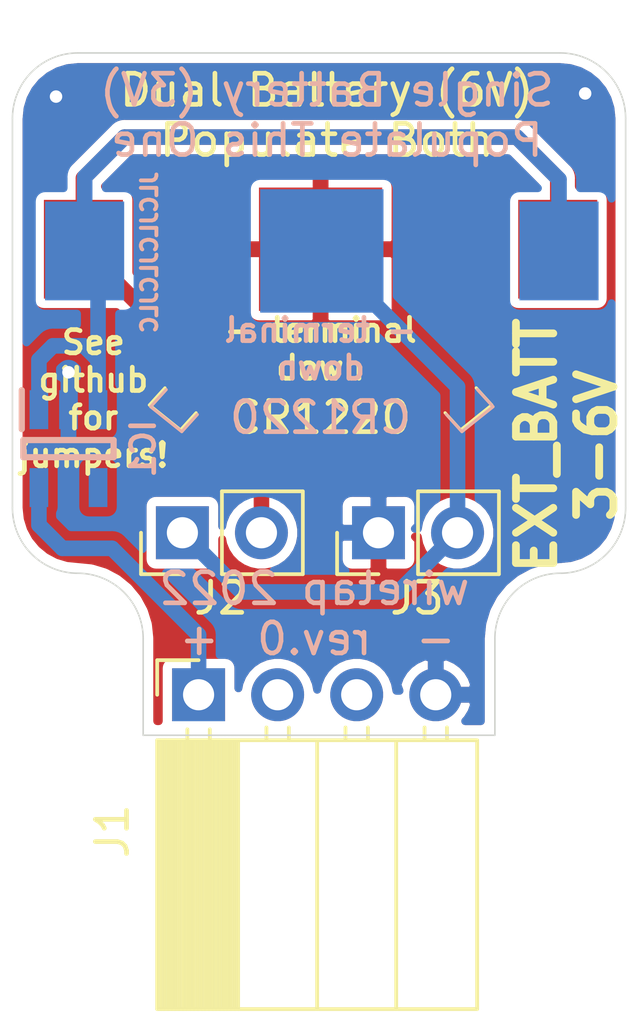
<source format=kicad_pcb>
(kicad_pcb (version 20171130) (host pcbnew "(5.1.6)-1")

  (general
    (thickness 1.6)
    (drawings 26)
    (tracks 34)
    (zones 0)
    (modules 6)
    (nets 9)
  )

  (page A4)
  (layers
    (0 F.Cu signal)
    (31 B.Cu signal)
    (32 B.Adhes user)
    (33 F.Adhes user)
    (34 B.Paste user)
    (35 F.Paste user)
    (36 B.SilkS user)
    (37 F.SilkS user)
    (38 B.Mask user)
    (39 F.Mask user)
    (40 Dwgs.User user)
    (41 Cmts.User user)
    (42 Eco1.User user)
    (43 Eco2.User user)
    (44 Edge.Cuts user)
    (45 Margin user)
    (46 B.CrtYd user)
    (47 F.CrtYd user)
    (48 B.Fab user)
    (49 F.Fab user)
  )

  (setup
    (last_trace_width 0.5)
    (user_trace_width 0.5)
    (trace_clearance 0.2)
    (zone_clearance 0.508)
    (zone_45_only no)
    (trace_min 0.2)
    (via_size 0.8)
    (via_drill 0.4)
    (via_min_size 0.4)
    (via_min_drill 0.3)
    (uvia_size 0.3)
    (uvia_drill 0.1)
    (uvias_allowed no)
    (uvia_min_size 0.2)
    (uvia_min_drill 0.1)
    (edge_width 0.05)
    (segment_width 0.2)
    (pcb_text_width 0.3)
    (pcb_text_size 1.5 1.5)
    (mod_edge_width 0.12)
    (mod_text_size 1 1)
    (mod_text_width 0.15)
    (pad_size 1.524 1.524)
    (pad_drill 0.762)
    (pad_to_mask_clearance 0.05)
    (aux_axis_origin 0 0)
    (visible_elements 7FFFFFFF)
    (pcbplotparams
      (layerselection 0x010fc_ffffffff)
      (usegerberextensions false)
      (usegerberattributes true)
      (usegerberadvancedattributes true)
      (creategerberjobfile true)
      (excludeedgelayer true)
      (linewidth 0.100000)
      (plotframeref false)
      (viasonmask false)
      (mode 1)
      (useauxorigin false)
      (hpglpennumber 1)
      (hpglpenspeed 20)
      (hpglpendiameter 15.000000)
      (psnegative false)
      (psa4output false)
      (plotreference true)
      (plotvalue true)
      (plotinvisibletext false)
      (padsonsilk false)
      (subtractmaskfromsilk false)
      (outputformat 1)
      (mirror false)
      (drillshape 0)
      (scaleselection 1)
      (outputdirectory "//192.168.1.100/Personal/Charlie/~Retro/~PCB's and Kits/EXT_BATT 3V-6V/EXT_BATT_3V-6V/gerbers/"))
  )

  (net 0 "")
  (net 1 +BATT)
  (net 2 "Net-(H1-PadMP1)")
  (net 3 GND)
  (net 4 "Net-(H2-Pad1)")
  (net 5 "Net-(IC1-Pad4)")
  (net 6 VDD)
  (net 7 "Net-(J1-Pad2)")
  (net 8 "Net-(J1-Pad3)")

  (net_class Default "This is the default net class."
    (clearance 0.2)
    (trace_width 0.25)
    (via_dia 0.8)
    (via_drill 0.4)
    (uvia_dia 0.3)
    (uvia_drill 0.1)
    (add_net +BATT)
    (add_net GND)
    (add_net "Net-(H1-PadMP1)")
    (add_net "Net-(H2-Pad1)")
    (add_net "Net-(IC1-Pad4)")
    (add_net "Net-(J1-Pad2)")
    (add_net "Net-(J1-Pad3)")
    (add_net VDD)
  )

  (module 2894 (layer B.Cu) (tedit 0) (tstamp 632CB7FC)
    (at 160.540001 82.055001)
    (descr 2894-3)
    (tags Hardware)
    (path /632CB7DA)
    (attr smd)
    (fp_text reference H1 (at 0 0) (layer B.SilkS) hide
      (effects (font (size 1.27 1.27) (thickness 0.254)) (justify mirror))
    )
    (fp_text value 2894 (at 0 0) (layer B.SilkS) hide
      (effects (font (size 1.27 1.27) (thickness 0.254)) (justify mirror))
    )
    (fp_line (start -9.89 7.605) (end 9.89 7.605) (layer B.CrtYd) (width 0.1))
    (fp_line (start 9.89 7.605) (end 9.89 -7.605) (layer B.CrtYd) (width 0.1))
    (fp_line (start 9.89 -7.605) (end -9.89 -7.605) (layer B.CrtYd) (width 0.1))
    (fp_line (start -9.89 -7.605) (end -9.89 7.605) (layer B.CrtYd) (width 0.1))
    (fp_line (start -6.605 0) (end -6.605 0) (layer B.Fab) (width 0.2))
    (fp_line (start 6.605 0) (end 6.605 0) (layer B.Fab) (width 0.2))
    (fp_line (start -5 4.45) (end -5.5 5) (layer B.Fab) (width 0.2))
    (fp_line (start -5.5 5) (end -4.5 5.8) (layer B.Fab) (width 0.2))
    (fp_line (start -4.5 5.8) (end -4 5.25) (layer B.Fab) (width 0.2))
    (fp_line (start -5 4.45) (end -5.5 5) (layer B.SilkS) (width 0.1))
    (fp_line (start -5.5 5) (end -4.5 5.8) (layer B.SilkS) (width 0.1))
    (fp_line (start -4.5 5.8) (end -4 5.25) (layer B.SilkS) (width 0.1))
    (fp_line (start 5 4.45) (end 5.5 5) (layer B.Fab) (width 0.2))
    (fp_line (start 5.5 5) (end 4.5 5.8) (layer B.Fab) (width 0.2))
    (fp_line (start 4.5 5.8) (end 4 5.25) (layer B.Fab) (width 0.2))
    (fp_line (start 4 5.25) (end 4.5 5.8) (layer B.SilkS) (width 0.1))
    (fp_line (start 4.5 5.8) (end 5.5 5) (layer B.SilkS) (width 0.1))
    (fp_line (start 5.5 5) (end 5 4.45) (layer B.SilkS) (width 0.1))
    (fp_text user %R (at 0 0) (layer B.Fab)
      (effects (font (size 1.27 1.27) (thickness 0.254)) (justify mirror))
    )
    (fp_arc (start 0 0) (end -6.605 0) (angle 180) (layer B.Fab) (width 0.2))
    (fp_arc (start 0 0) (end 6.605 0) (angle 180) (layer B.Fab) (width 0.2))
    (pad 1 smd rect (at -7.62 0) (size 2.54 3.17) (layers B.Cu B.Paste B.Mask)
      (net 1 +BATT))
    (pad 2 smd rect (at 7.62 0) (size 2.54 3.17) (layers B.Cu B.Paste B.Mask)
      (net 1 +BATT))
    (pad MP1 smd rect (at 0 0) (size 3.96 3.96) (layers B.Cu B.Paste B.Mask)
      (net 2 "Net-(H1-PadMP1)"))
    (model "C:\\Users\\wiretap\\Downloads\\Kicad Library Downloads\\SamacSys_Parts.3dshapes\\2894.stp"
      (offset (xyz 0 0 2.420000039949197))
      (scale (xyz 1 1 1))
      (rotate (xyz -90 0 0))
    )
  )

  (module 2894 (layer F.Cu) (tedit 0) (tstamp 632CB818)
    (at 160.5 82 180)
    (descr 2894-3)
    (tags Hardware)
    (path /632CBEB0)
    (attr smd)
    (fp_text reference H2 (at 0 0) (layer F.SilkS) hide
      (effects (font (size 1.27 1.27) (thickness 0.254)))
    )
    (fp_text value 2894 (at 0 0) (layer F.SilkS) hide
      (effects (font (size 1.27 1.27) (thickness 0.254)))
    )
    (fp_line (start 5.5 -5) (end 5 -4.45) (layer F.SilkS) (width 0.1))
    (fp_line (start 4.5 -5.8) (end 5.5 -5) (layer F.SilkS) (width 0.1))
    (fp_line (start 4 -5.25) (end 4.5 -5.8) (layer F.SilkS) (width 0.1))
    (fp_line (start 4.5 -5.8) (end 4 -5.25) (layer F.Fab) (width 0.2))
    (fp_line (start 5.5 -5) (end 4.5 -5.8) (layer F.Fab) (width 0.2))
    (fp_line (start 5 -4.45) (end 5.5 -5) (layer F.Fab) (width 0.2))
    (fp_line (start -4.5 -5.8) (end -4 -5.25) (layer F.SilkS) (width 0.1))
    (fp_line (start -5.5 -5) (end -4.5 -5.8) (layer F.SilkS) (width 0.1))
    (fp_line (start -5 -4.45) (end -5.5 -5) (layer F.SilkS) (width 0.1))
    (fp_line (start -4.5 -5.8) (end -4 -5.25) (layer F.Fab) (width 0.2))
    (fp_line (start -5.5 -5) (end -4.5 -5.8) (layer F.Fab) (width 0.2))
    (fp_line (start -5 -4.45) (end -5.5 -5) (layer F.Fab) (width 0.2))
    (fp_line (start 6.605 0) (end 6.605 0) (layer F.Fab) (width 0.2))
    (fp_line (start -6.605 0) (end -6.605 0) (layer F.Fab) (width 0.2))
    (fp_line (start -9.89 7.605) (end -9.89 -7.605) (layer F.CrtYd) (width 0.1))
    (fp_line (start 9.89 7.605) (end -9.89 7.605) (layer F.CrtYd) (width 0.1))
    (fp_line (start 9.89 -7.605) (end 9.89 7.605) (layer F.CrtYd) (width 0.1))
    (fp_line (start -9.89 -7.605) (end 9.89 -7.605) (layer F.CrtYd) (width 0.1))
    (fp_arc (start 0 0) (end 6.605 0) (angle -180) (layer F.Fab) (width 0.2))
    (fp_arc (start 0 0) (end -6.605 0) (angle -180) (layer F.Fab) (width 0.2))
    (fp_text user %R (at 0 0) (layer F.Fab)
      (effects (font (size 1.27 1.27) (thickness 0.254)))
    )
    (pad MP1 smd rect (at 0 0 180) (size 3.96 3.96) (layers F.Cu F.Paste F.Mask)
      (net 3 GND))
    (pad 2 smd rect (at 7.62 0 180) (size 2.54 3.17) (layers F.Cu F.Paste F.Mask)
      (net 4 "Net-(H2-Pad1)"))
    (pad 1 smd rect (at -7.62 0 180) (size 2.54 3.17) (layers F.Cu F.Paste F.Mask)
      (net 4 "Net-(H2-Pad1)"))
    (model "C:\\Users\\wiretap\\Downloads\\Kicad Library Downloads\\SamacSys_Parts.3dshapes\\2894.stp"
      (offset (xyz 0 0 2.420000039949197))
      (scale (xyz 1 1 1))
      (rotate (xyz -90 0 0))
    )
  )

  (module SOT95P280X145-5N (layer B.Cu) (tedit 0) (tstamp 632CB830)
    (at 152.4 88.4 270)
    (descr "MAX 21-0057")
    (tags "Integrated Circuit")
    (path /632C45A6)
    (attr smd)
    (fp_text reference IC1 (at 0 -2.4 270) (layer B.SilkS)
      (effects (font (size 0.75 0.75) (thickness 0.15)) (justify mirror))
    )
    (fp_text value MAX40200AUK+T (at 0 0 270) (layer B.SilkS) hide
      (effects (font (size 1.27 1.27) (thickness 0.254)) (justify mirror))
    )
    (fp_line (start -2.125 1.75) (end 2.125 1.75) (layer B.CrtYd) (width 0.05))
    (fp_line (start 2.125 1.75) (end 2.125 -1.75) (layer B.CrtYd) (width 0.05))
    (fp_line (start 2.125 -1.75) (end -2.125 -1.75) (layer B.CrtYd) (width 0.05))
    (fp_line (start -2.125 -1.75) (end -2.125 1.75) (layer B.CrtYd) (width 0.05))
    (fp_line (start -0.812 1.45) (end 0.812 1.45) (layer B.Fab) (width 0.1))
    (fp_line (start 0.812 1.45) (end 0.812 -1.45) (layer B.Fab) (width 0.1))
    (fp_line (start 0.812 -1.45) (end -0.812 -1.45) (layer B.Fab) (width 0.1))
    (fp_line (start -0.812 -1.45) (end -0.812 1.45) (layer B.Fab) (width 0.1))
    (fp_line (start -0.812 0.5) (end 0.138 1.45) (layer B.Fab) (width 0.1))
    (fp_line (start -0.275 1.45) (end 0.275 1.45) (layer B.SilkS) (width 0.2))
    (fp_line (start 0.275 1.45) (end 0.275 -1.45) (layer B.SilkS) (width 0.2))
    (fp_line (start 0.275 -1.45) (end -0.275 -1.45) (layer B.SilkS) (width 0.2))
    (fp_line (start -0.275 -1.45) (end -0.275 1.45) (layer B.SilkS) (width 0.2))
    (fp_line (start -1.875 1.5) (end -0.625 1.5) (layer B.SilkS) (width 0.2))
    (fp_text user %R (at 0 0 270) (layer B.Fab)
      (effects (font (size 1.27 1.27) (thickness 0.254)) (justify mirror))
    )
    (pad 1 smd rect (at -1.25 0.95 180) (size 0.6 1.25) (layers B.Cu B.Paste B.Mask)
      (net 1 +BATT))
    (pad 2 smd rect (at -1.25 0 180) (size 0.6 1.25) (layers B.Cu B.Paste B.Mask)
      (net 3 GND))
    (pad 3 smd rect (at -1.25 -0.95 180) (size 0.6 1.25) (layers B.Cu B.Paste B.Mask)
      (net 1 +BATT))
    (pad 4 smd rect (at 1.25 -0.95 180) (size 0.6 1.25) (layers B.Cu B.Paste B.Mask)
      (net 5 "Net-(IC1-Pad4)"))
    (pad 5 smd rect (at 1.25 0.95 180) (size 0.6 1.25) (layers B.Cu B.Paste B.Mask)
      (net 6 VDD))
    (model "C:\\Users\\wiretap\\Downloads\\Kicad Library Downloads\\SamacSys_Parts.3dshapes\\MAX40200AUK+T.stp"
      (at (xyz 0 0 0))
      (scale (xyz 1 1 1))
      (rotate (xyz 0 0 0))
    )
  )

  (module Connector_PinSocket_2.54mm:PinSocket_1x04_P2.54mm_Horizontal (layer F.Cu) (tedit 5A19A424) (tstamp 632CB874)
    (at 156.58 96.3 90)
    (descr "Through hole angled socket strip, 1x04, 2.54mm pitch, 8.51mm socket length, single row (from Kicad 4.0.7), script generated")
    (tags "Through hole angled socket strip THT 1x04 2.54mm single row")
    (path /632C5F7A)
    (fp_text reference J1 (at -4.38 -2.77 90) (layer F.SilkS)
      (effects (font (size 1 1) (thickness 0.15)))
    )
    (fp_text value Conn_01x04 (at -4.38 10.39 90) (layer F.Fab)
      (effects (font (size 1 1) (thickness 0.15)))
    )
    (fp_line (start -10.03 -1.27) (end -2.49 -1.27) (layer F.Fab) (width 0.1))
    (fp_line (start -2.49 -1.27) (end -1.52 -0.3) (layer F.Fab) (width 0.1))
    (fp_line (start -1.52 -0.3) (end -1.52 8.89) (layer F.Fab) (width 0.1))
    (fp_line (start -1.52 8.89) (end -10.03 8.89) (layer F.Fab) (width 0.1))
    (fp_line (start -10.03 8.89) (end -10.03 -1.27) (layer F.Fab) (width 0.1))
    (fp_line (start 0 -0.3) (end -1.52 -0.3) (layer F.Fab) (width 0.1))
    (fp_line (start -1.52 0.3) (end 0 0.3) (layer F.Fab) (width 0.1))
    (fp_line (start 0 0.3) (end 0 -0.3) (layer F.Fab) (width 0.1))
    (fp_line (start 0 2.24) (end -1.52 2.24) (layer F.Fab) (width 0.1))
    (fp_line (start -1.52 2.84) (end 0 2.84) (layer F.Fab) (width 0.1))
    (fp_line (start 0 2.84) (end 0 2.24) (layer F.Fab) (width 0.1))
    (fp_line (start 0 4.78) (end -1.52 4.78) (layer F.Fab) (width 0.1))
    (fp_line (start -1.52 5.38) (end 0 5.38) (layer F.Fab) (width 0.1))
    (fp_line (start 0 5.38) (end 0 4.78) (layer F.Fab) (width 0.1))
    (fp_line (start 0 7.32) (end -1.52 7.32) (layer F.Fab) (width 0.1))
    (fp_line (start -1.52 7.92) (end 0 7.92) (layer F.Fab) (width 0.1))
    (fp_line (start 0 7.92) (end 0 7.32) (layer F.Fab) (width 0.1))
    (fp_line (start -10.09 -1.21) (end -1.46 -1.21) (layer F.SilkS) (width 0.12))
    (fp_line (start -10.09 -1.091905) (end -1.46 -1.091905) (layer F.SilkS) (width 0.12))
    (fp_line (start -10.09 -0.97381) (end -1.46 -0.97381) (layer F.SilkS) (width 0.12))
    (fp_line (start -10.09 -0.855715) (end -1.46 -0.855715) (layer F.SilkS) (width 0.12))
    (fp_line (start -10.09 -0.73762) (end -1.46 -0.73762) (layer F.SilkS) (width 0.12))
    (fp_line (start -10.09 -0.619525) (end -1.46 -0.619525) (layer F.SilkS) (width 0.12))
    (fp_line (start -10.09 -0.50143) (end -1.46 -0.50143) (layer F.SilkS) (width 0.12))
    (fp_line (start -10.09 -0.383335) (end -1.46 -0.383335) (layer F.SilkS) (width 0.12))
    (fp_line (start -10.09 -0.26524) (end -1.46 -0.26524) (layer F.SilkS) (width 0.12))
    (fp_line (start -10.09 -0.147145) (end -1.46 -0.147145) (layer F.SilkS) (width 0.12))
    (fp_line (start -10.09 -0.02905) (end -1.46 -0.02905) (layer F.SilkS) (width 0.12))
    (fp_line (start -10.09 0.089045) (end -1.46 0.089045) (layer F.SilkS) (width 0.12))
    (fp_line (start -10.09 0.20714) (end -1.46 0.20714) (layer F.SilkS) (width 0.12))
    (fp_line (start -10.09 0.325235) (end -1.46 0.325235) (layer F.SilkS) (width 0.12))
    (fp_line (start -10.09 0.44333) (end -1.46 0.44333) (layer F.SilkS) (width 0.12))
    (fp_line (start -10.09 0.561425) (end -1.46 0.561425) (layer F.SilkS) (width 0.12))
    (fp_line (start -10.09 0.67952) (end -1.46 0.67952) (layer F.SilkS) (width 0.12))
    (fp_line (start -10.09 0.797615) (end -1.46 0.797615) (layer F.SilkS) (width 0.12))
    (fp_line (start -10.09 0.91571) (end -1.46 0.91571) (layer F.SilkS) (width 0.12))
    (fp_line (start -10.09 1.033805) (end -1.46 1.033805) (layer F.SilkS) (width 0.12))
    (fp_line (start -10.09 1.1519) (end -1.46 1.1519) (layer F.SilkS) (width 0.12))
    (fp_line (start -1.46 -0.36) (end -1.11 -0.36) (layer F.SilkS) (width 0.12))
    (fp_line (start -1.46 0.36) (end -1.11 0.36) (layer F.SilkS) (width 0.12))
    (fp_line (start -1.46 2.18) (end -1.05 2.18) (layer F.SilkS) (width 0.12))
    (fp_line (start -1.46 2.9) (end -1.05 2.9) (layer F.SilkS) (width 0.12))
    (fp_line (start -1.46 4.72) (end -1.05 4.72) (layer F.SilkS) (width 0.12))
    (fp_line (start -1.46 5.44) (end -1.05 5.44) (layer F.SilkS) (width 0.12))
    (fp_line (start -1.46 7.26) (end -1.05 7.26) (layer F.SilkS) (width 0.12))
    (fp_line (start -1.46 7.98) (end -1.05 7.98) (layer F.SilkS) (width 0.12))
    (fp_line (start -10.09 1.27) (end -1.46 1.27) (layer F.SilkS) (width 0.12))
    (fp_line (start -10.09 3.81) (end -1.46 3.81) (layer F.SilkS) (width 0.12))
    (fp_line (start -10.09 6.35) (end -1.46 6.35) (layer F.SilkS) (width 0.12))
    (fp_line (start -10.09 -1.33) (end -1.46 -1.33) (layer F.SilkS) (width 0.12))
    (fp_line (start -1.46 -1.33) (end -1.46 8.95) (layer F.SilkS) (width 0.12))
    (fp_line (start -10.09 8.95) (end -1.46 8.95) (layer F.SilkS) (width 0.12))
    (fp_line (start -10.09 -1.33) (end -10.09 8.95) (layer F.SilkS) (width 0.12))
    (fp_line (start 1.11 -1.33) (end 1.11 0) (layer F.SilkS) (width 0.12))
    (fp_line (start 0 -1.33) (end 1.11 -1.33) (layer F.SilkS) (width 0.12))
    (fp_line (start 1.75 -1.75) (end -10.55 -1.75) (layer F.CrtYd) (width 0.05))
    (fp_line (start -10.55 -1.75) (end -10.55 9.45) (layer F.CrtYd) (width 0.05))
    (fp_line (start -10.55 9.45) (end 1.75 9.45) (layer F.CrtYd) (width 0.05))
    (fp_line (start 1.75 9.45) (end 1.75 -1.75) (layer F.CrtYd) (width 0.05))
    (fp_text user %R (at -5.775 3.81) (layer F.Fab)
      (effects (font (size 1 1) (thickness 0.15)))
    )
    (pad 1 thru_hole rect (at 0 0 90) (size 1.7 1.7) (drill 1) (layers *.Cu *.Mask)
      (net 6 VDD))
    (pad 2 thru_hole oval (at 0 2.54 90) (size 1.7 1.7) (drill 1) (layers *.Cu *.Mask)
      (net 7 "Net-(J1-Pad2)"))
    (pad 3 thru_hole oval (at 0 5.08 90) (size 1.7 1.7) (drill 1) (layers *.Cu *.Mask)
      (net 8 "Net-(J1-Pad3)"))
    (pad 4 thru_hole oval (at 0 7.62 90) (size 1.7 1.7) (drill 1) (layers *.Cu *.Mask)
      (net 3 GND))
    (model ${KISYS3DMOD}/Connector_PinSocket_2.54mm.3dshapes/PinSocket_1x04_P2.54mm_Horizontal.wrl
      (at (xyz 0 0 0))
      (scale (xyz 1 1 1))
      (rotate (xyz 0 0 0))
    )
  )

  (module Connector_PinHeader_2.54mm:PinHeader_1x02_P2.54mm_Vertical (layer F.Cu) (tedit 59FED5CC) (tstamp 632CC335)
    (at 156.06 91.1 90)
    (descr "Through hole straight pin header, 1x02, 2.54mm pitch, single row")
    (tags "Through hole pin header THT 1x02 2.54mm single row")
    (path /632DD7B4)
    (fp_text reference J2 (at -2.1 1.24 180) (layer F.SilkS)
      (effects (font (size 1 1) (thickness 0.15)))
    )
    (fp_text value Conn_01x02 (at 0 4.87 90) (layer F.Fab)
      (effects (font (size 1 1) (thickness 0.15)))
    )
    (fp_line (start 1.8 -1.8) (end -1.8 -1.8) (layer F.CrtYd) (width 0.05))
    (fp_line (start 1.8 4.35) (end 1.8 -1.8) (layer F.CrtYd) (width 0.05))
    (fp_line (start -1.8 4.35) (end 1.8 4.35) (layer F.CrtYd) (width 0.05))
    (fp_line (start -1.8 -1.8) (end -1.8 4.35) (layer F.CrtYd) (width 0.05))
    (fp_line (start -1.33 -1.33) (end 0 -1.33) (layer F.SilkS) (width 0.12))
    (fp_line (start -1.33 0) (end -1.33 -1.33) (layer F.SilkS) (width 0.12))
    (fp_line (start -1.33 1.27) (end 1.33 1.27) (layer F.SilkS) (width 0.12))
    (fp_line (start 1.33 1.27) (end 1.33 3.87) (layer F.SilkS) (width 0.12))
    (fp_line (start -1.33 1.27) (end -1.33 3.87) (layer F.SilkS) (width 0.12))
    (fp_line (start -1.33 3.87) (end 1.33 3.87) (layer F.SilkS) (width 0.12))
    (fp_line (start -1.27 -0.635) (end -0.635 -1.27) (layer F.Fab) (width 0.1))
    (fp_line (start -1.27 3.81) (end -1.27 -0.635) (layer F.Fab) (width 0.1))
    (fp_line (start 1.27 3.81) (end -1.27 3.81) (layer F.Fab) (width 0.1))
    (fp_line (start 1.27 -1.27) (end 1.27 3.81) (layer F.Fab) (width 0.1))
    (fp_line (start -0.635 -1.27) (end 1.27 -1.27) (layer F.Fab) (width 0.1))
    (fp_text user %R (at 0 1.27) (layer F.Fab)
      (effects (font (size 1 1) (thickness 0.15)))
    )
    (pad 1 thru_hole rect (at 0 0 90) (size 1.7 1.7) (drill 1) (layers *.Cu *.Mask)
      (net 2 "Net-(H1-PadMP1)"))
    (pad 2 thru_hole oval (at 0 2.54 90) (size 1.7 1.7) (drill 1) (layers *.Cu *.Mask)
      (net 4 "Net-(H2-Pad1)"))
    (model ${KISYS3DMOD}/Connector_PinHeader_2.54mm.3dshapes/PinHeader_1x02_P2.54mm_Vertical.wrl
      (at (xyz 0 0 0))
      (scale (xyz 1 1 1))
      (rotate (xyz 0 0 0))
    )
  )

  (module Connector_PinHeader_2.54mm:PinHeader_1x02_P2.54mm_Vertical (layer F.Cu) (tedit 59FED5CC) (tstamp 632CC34A)
    (at 162.36 91.1 90)
    (descr "Through hole straight pin header, 1x02, 2.54mm pitch, single row")
    (tags "Through hole pin header THT 1x02 2.54mm single row")
    (path /632E2523)
    (fp_text reference J3 (at -2.1 1.24 180) (layer F.SilkS)
      (effects (font (size 1 1) (thickness 0.15)))
    )
    (fp_text value Conn_01x02 (at 0 4.87 90) (layer F.Fab)
      (effects (font (size 1 1) (thickness 0.15)))
    )
    (fp_text user %R (at 0 1.27) (layer F.Fab)
      (effects (font (size 1 1) (thickness 0.15)))
    )
    (fp_line (start -0.635 -1.27) (end 1.27 -1.27) (layer F.Fab) (width 0.1))
    (fp_line (start 1.27 -1.27) (end 1.27 3.81) (layer F.Fab) (width 0.1))
    (fp_line (start 1.27 3.81) (end -1.27 3.81) (layer F.Fab) (width 0.1))
    (fp_line (start -1.27 3.81) (end -1.27 -0.635) (layer F.Fab) (width 0.1))
    (fp_line (start -1.27 -0.635) (end -0.635 -1.27) (layer F.Fab) (width 0.1))
    (fp_line (start -1.33 3.87) (end 1.33 3.87) (layer F.SilkS) (width 0.12))
    (fp_line (start -1.33 1.27) (end -1.33 3.87) (layer F.SilkS) (width 0.12))
    (fp_line (start 1.33 1.27) (end 1.33 3.87) (layer F.SilkS) (width 0.12))
    (fp_line (start -1.33 1.27) (end 1.33 1.27) (layer F.SilkS) (width 0.12))
    (fp_line (start -1.33 0) (end -1.33 -1.33) (layer F.SilkS) (width 0.12))
    (fp_line (start -1.33 -1.33) (end 0 -1.33) (layer F.SilkS) (width 0.12))
    (fp_line (start -1.8 -1.8) (end -1.8 4.35) (layer F.CrtYd) (width 0.05))
    (fp_line (start -1.8 4.35) (end 1.8 4.35) (layer F.CrtYd) (width 0.05))
    (fp_line (start 1.8 4.35) (end 1.8 -1.8) (layer F.CrtYd) (width 0.05))
    (fp_line (start 1.8 -1.8) (end -1.8 -1.8) (layer F.CrtYd) (width 0.05))
    (pad 2 thru_hole oval (at 0 2.54 90) (size 1.7 1.7) (drill 1) (layers *.Cu *.Mask)
      (net 2 "Net-(H1-PadMP1)"))
    (pad 1 thru_hole rect (at 0 0 90) (size 1.7 1.7) (drill 1) (layers *.Cu *.Mask)
      (net 3 GND))
    (model ${KISYS3DMOD}/Connector_PinHeader_2.54mm.3dshapes/PinHeader_1x02_P2.54mm_Vertical.wrl
      (at (xyz 0 0 0))
      (scale (xyz 1 1 1))
      (rotate (xyz 0 0 0))
    )
  )

  (gr_text "See\ngithub\nfor\njumpers!" (at 153.2 86.8) (layer F.SilkS)
    (effects (font (size 0.75 0.75) (thickness 0.15)))
  )
  (gr_text JLCJLCJLCJLC (at 155 82.1 90) (layer B.SilkS)
    (effects (font (size 0.5 0.5) (thickness 0.125)) (justify mirror))
  )
  (gr_text "wiretap 2022\nrev.0" (at 160.3 93.7) (layer B.SilkS)
    (effects (font (size 1 1) (thickness 0.15)) (justify mirror))
  )
  (gr_text "EXT_BATT\n3-6V" (at 168.4 88.3 90) (layer F.SilkS)
    (effects (font (size 1.2 1.2) (thickness 0.25)))
  )
  (gr_text CR1220 (at 160.5 87.4) (layer B.SilkS)
    (effects (font (size 1 1) (thickness 0.15)) (justify mirror))
  )
  (gr_text CR1220 (at 160.5 87.4) (layer F.SilkS)
    (effects (font (size 1 1) (thickness 0.15)))
  )
  (gr_text - (at 164.2 94.5) (layer B.SilkS)
    (effects (font (size 1 1) (thickness 0.15)) (justify mirror))
  )
  (gr_text + (at 156.6 94.5) (layer B.SilkS)
    (effects (font (size 1 1) (thickness 0.15)) (justify mirror))
  )
  (gr_text - (at 164.2 94.5) (layer F.SilkS)
    (effects (font (size 1 1) (thickness 0.15)))
  )
  (gr_text + (at 156.6 94.5) (layer F.SilkS)
    (effects (font (size 1 1) (thickness 0.15)))
  )
  (gr_text "- terminal\ndown" (at 160.5 85.2) (layer B.SilkS)
    (effects (font (size 0.75 0.75) (thickness 0.15)) (justify mirror))
  )
  (gr_text "- terminal\ndown" (at 160.5 85.2) (layer F.SilkS)
    (effects (font (size 0.75 0.75) (thickness 0.15)))
  )
  (gr_text "Dual Battery (6V)\nPopulate Both" (at 160.7 77.7) (layer F.SilkS)
    (effects (font (size 1 1) (thickness 0.15)))
  )
  (gr_text "Single Battery (3V)\nPopulate This One" (at 160.7 77.7) (layer B.SilkS)
    (effects (font (size 1 1) (thickness 0.15)) (justify mirror))
  )
  (gr_line (start 168.2 75.7) (end 152.7 75.7) (layer Edge.Cuts) (width 0.05) (tstamp 632CC1CD))
  (gr_arc (start 168.2 77.8) (end 170.3 77.8) (angle -90) (layer Edge.Cuts) (width 0.05) (tstamp 632CC1B6))
  (gr_line (start 170.3 90.3) (end 170.3 77.8) (layer Edge.Cuts) (width 0.05))
  (gr_arc (start 152.7 77.8) (end 152.7 75.7) (angle -90) (layer Edge.Cuts) (width 0.05) (tstamp 632CC1B6))
  (gr_line (start 150.6 90.3) (end 150.6 77.8) (layer Edge.Cuts) (width 0.05))
  (gr_arc (start 152.7 90.3) (end 150.6 90.3) (angle -90) (layer Edge.Cuts) (width 0.05) (tstamp 632CC1B6))
  (gr_arc (start 152.7 94.5) (end 154.8 94.5) (angle -90) (layer Edge.Cuts) (width 0.05) (tstamp 632CC1B6))
  (gr_arc (start 168.2 90.3) (end 168.2 92.4) (angle -90) (layer Edge.Cuts) (width 0.05) (tstamp 632CC1B6))
  (gr_arc (start 168.2 94.5) (end 168.2 92.4) (angle -90) (layer Edge.Cuts) (width 0.05))
  (gr_line (start 166.1 97.6) (end 166.1 94.5) (layer Edge.Cuts) (width 0.05))
  (gr_line (start 154.8 97.6) (end 154.8 94.5) (layer Edge.Cuts) (width 0.05))
  (gr_line (start 154.8 97.6) (end 166.1 97.6) (layer Edge.Cuts) (width 0.05))

  (segment (start 153.35 82.485) (end 152.920001 82.055001) (width 0.5) (layer B.Cu) (net 1))
  (segment (start 153.35 87.15) (end 153.35 86.05) (width 0.5) (layer B.Cu) (net 1))
  (segment (start 153.35 86.05) (end 153.35 82.485) (width 0.5) (layer B.Cu) (net 1))
  (segment (start 153.35 85.55) (end 153.35 86.05) (width 0.5) (layer B.Cu) (net 1))
  (segment (start 152.9 85.1) (end 153.35 85.55) (width 0.5) (layer B.Cu) (net 1))
  (segment (start 151.9 85.1) (end 152.9 85.1) (width 0.5) (layer B.Cu) (net 1))
  (segment (start 151.45 87.15) (end 151.45 85.55) (width 0.5) (layer B.Cu) (net 1))
  (segment (start 151.45 85.55) (end 151.9 85.1) (width 0.5) (layer B.Cu) (net 1))
  (segment (start 152.920001 79.679999) (end 152.920001 82.055001) (width 0.5) (layer B.Cu) (net 1))
  (segment (start 154.2 78.4) (end 152.920001 79.679999) (width 0.5) (layer B.Cu) (net 1))
  (segment (start 166.8 78.4) (end 154.2 78.4) (width 0.5) (layer B.Cu) (net 1))
  (segment (start 168.160001 82.055001) (end 168.160001 79.760001) (width 0.5) (layer B.Cu) (net 1))
  (segment (start 168.160001 79.760001) (end 166.8 78.4) (width 0.5) (layer B.Cu) (net 1))
  (segment (start 156.06 91.1) (end 157.96 93) (width 0.5) (layer B.Cu) (net 2))
  (segment (start 163 93) (end 164.9 91.1) (width 0.5) (layer B.Cu) (net 2))
  (segment (start 157.96 93) (end 163 93) (width 0.5) (layer B.Cu) (net 2))
  (segment (start 164.9 86.415) (end 160.540001 82.055001) (width 0.5) (layer B.Cu) (net 2))
  (segment (start 164.9 91.1) (end 164.9 86.415) (width 0.5) (layer B.Cu) (net 2))
  (via (at 152.4 85.95) (size 0.8) (drill 0.4) (layers F.Cu B.Cu) (net 3))
  (segment (start 152.4 87.15) (end 152.4 85.95) (width 0.5) (layer B.Cu) (net 3))
  (via (at 152 77.1) (size 0.8) (drill 0.4) (layers F.Cu B.Cu) (net 3))
  (via (at 169 77) (size 0.8) (drill 0.4) (layers F.Cu B.Cu) (net 3))
  (segment (start 168.12 79.72) (end 168.12 82) (width 0.5) (layer F.Cu) (net 4))
  (segment (start 166.8 78.4) (end 168.12 79.72) (width 0.5) (layer F.Cu) (net 4))
  (segment (start 154.2 78.4) (end 166.8 78.4) (width 0.5) (layer F.Cu) (net 4))
  (segment (start 152.88 82) (end 152.88 79.72) (width 0.5) (layer F.Cu) (net 4))
  (segment (start 152.88 79.72) (end 154.2 78.4) (width 0.5) (layer F.Cu) (net 4))
  (segment (start 158.6 87.72) (end 152.88 82) (width 0.5) (layer F.Cu) (net 4))
  (segment (start 158.6 91.1) (end 158.6 87.72) (width 0.5) (layer F.Cu) (net 4))
  (segment (start 156.58 94.38) (end 156.58 96.3) (width 0.5) (layer B.Cu) (net 6))
  (segment (start 153.8 91.6) (end 156.58 94.38) (width 0.5) (layer B.Cu) (net 6))
  (segment (start 152.2 91.6) (end 153.8 91.6) (width 0.5) (layer B.Cu) (net 6))
  (segment (start 151.45 89.65) (end 151.45 90.85) (width 0.5) (layer B.Cu) (net 6))
  (segment (start 151.45 90.85) (end 152.2 91.6) (width 0.5) (layer B.Cu) (net 6))

  (zone (net 3) (net_name GND) (layer F.Cu) (tstamp 632CC782) (hatch edge 0.508)
    (connect_pads (clearance 0.3))
    (min_thickness 0.254)
    (fill yes (arc_segments 32) (thermal_gap 0.3) (thermal_bridge_width 0.508))
    (polygon
      (pts
        (xy 170.7 97.9) (xy 150.2 97.9) (xy 150.2 74) (xy 170.7 74)
      )
    )
    (filled_polygon
      (pts
        (xy 168.519681 76.185513) (xy 168.827179 76.278352) (xy 169.110789 76.42915) (xy 169.359711 76.632166) (xy 169.564457 76.879662)
        (xy 169.717233 77.162215) (xy 169.812217 77.469059) (xy 169.848001 77.809523) (xy 169.848 90.277892) (xy 169.814488 90.619676)
        (xy 169.721649 90.927176) (xy 169.57085 91.210789) (xy 169.367836 91.459709) (xy 169.12034 91.664455) (xy 168.837785 91.817233)
        (xy 168.530941 91.912217) (xy 168.190185 91.948032) (xy 168.183767 91.948054) (xy 168.164124 91.950049) (xy 168.144373 91.949911)
        (xy 168.138092 91.950527) (xy 167.730489 91.993368) (xy 167.690358 92.001606) (xy 167.650118 92.009282) (xy 167.644076 92.011106)
        (xy 167.252557 92.132301) (xy 167.214775 92.148183) (xy 167.176807 92.163523) (xy 167.171239 92.166483) (xy 167.171235 92.166485)
        (xy 167.171234 92.166486) (xy 166.810712 92.36142) (xy 166.776733 92.384339) (xy 166.742471 92.40676) (xy 166.73758 92.410748)
        (xy 166.421786 92.671996) (xy 166.39292 92.701064) (xy 166.363648 92.729729) (xy 166.359631 92.734585) (xy 166.359626 92.73459)
        (xy 166.359622 92.734595) (xy 166.10059 93.052201) (xy 166.077903 93.086347) (xy 166.054775 93.120125) (xy 166.051773 93.125676)
        (xy 165.859361 93.487551) (xy 165.843742 93.525444) (xy 165.827611 93.563081) (xy 165.825744 93.56911) (xy 165.707286 93.961466)
        (xy 165.699336 94.001617) (xy 165.690811 94.041724) (xy 165.690151 94.048001) (xy 165.650157 94.455893) (xy 165.650157 94.455905)
        (xy 165.648001 94.477795) (xy 165.648 97.148) (xy 165.146811 97.148) (xy 165.217072 97.072212) (xy 165.34818 96.858953)
        (xy 165.435164 96.624214) (xy 165.363925 96.427) (xy 164.327 96.427) (xy 164.327 96.447) (xy 164.073 96.447)
        (xy 164.073 96.427) (xy 164.053 96.427) (xy 164.053 96.173) (xy 164.073 96.173) (xy 164.073 95.136662)
        (xy 164.327 95.136662) (xy 164.327 96.173) (xy 165.363925 96.173) (xy 165.435164 95.975786) (xy 165.34818 95.741047)
        (xy 165.217072 95.527788) (xy 165.046878 95.344205) (xy 164.844139 95.197353) (xy 164.616646 95.092875) (xy 164.524213 95.064842)
        (xy 164.327 95.136662) (xy 164.073 95.136662) (xy 163.875787 95.064842) (xy 163.783354 95.092875) (xy 163.555861 95.197353)
        (xy 163.353122 95.344205) (xy 163.182928 95.527788) (xy 163.05182 95.741047) (xy 162.964836 95.975786) (xy 163.036074 96.172998)
        (xy 162.936756 96.172998) (xy 162.887926 95.927513) (xy 162.791663 95.695114) (xy 162.651911 95.48596) (xy 162.47404 95.308089)
        (xy 162.264886 95.168337) (xy 162.032487 95.072074) (xy 161.785774 95.023) (xy 161.534226 95.023) (xy 161.287513 95.072074)
        (xy 161.055114 95.168337) (xy 160.84596 95.308089) (xy 160.668089 95.48596) (xy 160.528337 95.695114) (xy 160.432074 95.927513)
        (xy 160.39 96.139034) (xy 160.347926 95.927513) (xy 160.251663 95.695114) (xy 160.111911 95.48596) (xy 159.93404 95.308089)
        (xy 159.724886 95.168337) (xy 159.492487 95.072074) (xy 159.245774 95.023) (xy 158.994226 95.023) (xy 158.747513 95.072074)
        (xy 158.515114 95.168337) (xy 158.30596 95.308089) (xy 158.128089 95.48596) (xy 157.988337 95.695114) (xy 157.892074 95.927513)
        (xy 157.859066 96.093456) (xy 157.859066 95.45) (xy 157.850822 95.366293) (xy 157.826405 95.285804) (xy 157.786755 95.211624)
        (xy 157.733395 95.146605) (xy 157.668376 95.093245) (xy 157.594196 95.053595) (xy 157.513707 95.029178) (xy 157.43 95.020934)
        (xy 155.73 95.020934) (xy 155.646293 95.029178) (xy 155.565804 95.053595) (xy 155.491624 95.093245) (xy 155.426605 95.146605)
        (xy 155.373245 95.211624) (xy 155.333595 95.285804) (xy 155.309178 95.366293) (xy 155.300934 95.45) (xy 155.300934 97.148)
        (xy 155.252 97.148) (xy 155.252 94.477795) (xy 155.249998 94.457464) (xy 155.250089 94.444373) (xy 155.249473 94.438092)
        (xy 155.206632 94.030489) (xy 155.198394 93.990358) (xy 155.190718 93.950118) (xy 155.188894 93.944076) (xy 155.067699 93.552557)
        (xy 155.051817 93.514775) (xy 155.036477 93.476807) (xy 155.033514 93.471234) (xy 154.83858 93.110712) (xy 154.815661 93.076733)
        (xy 154.79324 93.042471) (xy 154.789252 93.03758) (xy 154.528004 92.721786) (xy 154.498936 92.69292) (xy 154.470271 92.663648)
        (xy 154.465415 92.659631) (xy 154.46541 92.659626) (xy 154.465405 92.659622) (xy 154.147799 92.40059) (xy 154.113653 92.377903)
        (xy 154.079875 92.354775) (xy 154.074327 92.351774) (xy 154.074319 92.35177) (xy 153.712449 92.159361) (xy 153.674556 92.143742)
        (xy 153.636919 92.127611) (xy 153.630894 92.125745) (xy 153.630888 92.125743) (xy 153.238534 92.007286) (xy 153.198383 91.999336)
        (xy 153.158276 91.990811) (xy 153.151999 91.990151) (xy 152.744107 91.950157) (xy 152.380324 91.914488) (xy 152.072824 91.821649)
        (xy 151.789211 91.67085) (xy 151.540291 91.467836) (xy 151.335545 91.22034) (xy 151.182767 90.937785) (xy 151.087783 90.630941)
        (xy 151.052 90.290486) (xy 151.052 80.415) (xy 151.180934 80.415) (xy 151.180934 83.585) (xy 151.189178 83.668707)
        (xy 151.213595 83.749196) (xy 151.253245 83.823376) (xy 151.306605 83.888395) (xy 151.371624 83.941755) (xy 151.445804 83.981405)
        (xy 151.526293 84.005822) (xy 151.61 84.014066) (xy 153.936644 84.014066) (xy 157.923001 88.000424) (xy 157.923 90.016522)
        (xy 157.78596 90.108089) (xy 157.608089 90.28596) (xy 157.468337 90.495114) (xy 157.372074 90.727513) (xy 157.339066 90.893456)
        (xy 157.339066 90.25) (xy 157.330822 90.166293) (xy 157.306405 90.085804) (xy 157.266755 90.011624) (xy 157.213395 89.946605)
        (xy 157.148376 89.893245) (xy 157.074196 89.853595) (xy 156.993707 89.829178) (xy 156.91 89.820934) (xy 155.21 89.820934)
        (xy 155.126293 89.829178) (xy 155.045804 89.853595) (xy 154.971624 89.893245) (xy 154.906605 89.946605) (xy 154.853245 90.011624)
        (xy 154.813595 90.085804) (xy 154.789178 90.166293) (xy 154.780934 90.25) (xy 154.780934 91.95) (xy 154.789178 92.033707)
        (xy 154.813595 92.114196) (xy 154.853245 92.188376) (xy 154.906605 92.253395) (xy 154.971624 92.306755) (xy 155.045804 92.346405)
        (xy 155.126293 92.370822) (xy 155.21 92.379066) (xy 156.91 92.379066) (xy 156.993707 92.370822) (xy 157.074196 92.346405)
        (xy 157.148376 92.306755) (xy 157.213395 92.253395) (xy 157.266755 92.188376) (xy 157.306405 92.114196) (xy 157.330822 92.033707)
        (xy 157.339066 91.95) (xy 157.339066 91.306544) (xy 157.372074 91.472487) (xy 157.468337 91.704886) (xy 157.608089 91.91404)
        (xy 157.78596 92.091911) (xy 157.995114 92.231663) (xy 158.227513 92.327926) (xy 158.474226 92.377) (xy 158.725774 92.377)
        (xy 158.972487 92.327926) (xy 159.204886 92.231663) (xy 159.41404 92.091911) (xy 159.555951 91.95) (xy 161.080934 91.95)
        (xy 161.089178 92.033707) (xy 161.113595 92.114196) (xy 161.153245 92.188376) (xy 161.206605 92.253395) (xy 161.271624 92.306755)
        (xy 161.345804 92.346405) (xy 161.426293 92.370822) (xy 161.51 92.379066) (xy 162.12625 92.377) (xy 162.233 92.27025)
        (xy 162.233 91.227) (xy 161.18975 91.227) (xy 161.083 91.33375) (xy 161.080934 91.95) (xy 159.555951 91.95)
        (xy 159.591911 91.91404) (xy 159.731663 91.704886) (xy 159.827926 91.472487) (xy 159.877 91.225774) (xy 159.877 90.974226)
        (xy 159.827926 90.727513) (xy 159.731663 90.495114) (xy 159.591911 90.28596) (xy 159.555951 90.25) (xy 161.080934 90.25)
        (xy 161.083 90.86625) (xy 161.18975 90.973) (xy 162.233 90.973) (xy 162.233 89.92975) (xy 162.487 89.92975)
        (xy 162.487 90.973) (xy 162.507 90.973) (xy 162.507 91.227) (xy 162.487 91.227) (xy 162.487 92.27025)
        (xy 162.59375 92.377) (xy 163.21 92.379066) (xy 163.293707 92.370822) (xy 163.374196 92.346405) (xy 163.448376 92.306755)
        (xy 163.513395 92.253395) (xy 163.566755 92.188376) (xy 163.606405 92.114196) (xy 163.630822 92.033707) (xy 163.639066 91.95)
        (xy 163.637 91.33375) (xy 163.530252 91.227002) (xy 163.623244 91.227002) (xy 163.672074 91.472487) (xy 163.768337 91.704886)
        (xy 163.908089 91.91404) (xy 164.08596 92.091911) (xy 164.295114 92.231663) (xy 164.527513 92.327926) (xy 164.774226 92.377)
        (xy 165.025774 92.377) (xy 165.272487 92.327926) (xy 165.504886 92.231663) (xy 165.71404 92.091911) (xy 165.891911 91.91404)
        (xy 166.031663 91.704886) (xy 166.127926 91.472487) (xy 166.177 91.225774) (xy 166.177 90.974226) (xy 166.127926 90.727513)
        (xy 166.031663 90.495114) (xy 165.891911 90.28596) (xy 165.71404 90.108089) (xy 165.504886 89.968337) (xy 165.272487 89.872074)
        (xy 165.025774 89.823) (xy 164.774226 89.823) (xy 164.527513 89.872074) (xy 164.295114 89.968337) (xy 164.08596 90.108089)
        (xy 163.908089 90.28596) (xy 163.768337 90.495114) (xy 163.672074 90.727513) (xy 163.623244 90.972998) (xy 163.530252 90.972998)
        (xy 163.637 90.86625) (xy 163.639066 90.25) (xy 163.630822 90.166293) (xy 163.606405 90.085804) (xy 163.566755 90.011624)
        (xy 163.513395 89.946605) (xy 163.448376 89.893245) (xy 163.374196 89.853595) (xy 163.293707 89.829178) (xy 163.21 89.820934)
        (xy 162.59375 89.823) (xy 162.487 89.92975) (xy 162.233 89.92975) (xy 162.12625 89.823) (xy 161.51 89.820934)
        (xy 161.426293 89.829178) (xy 161.345804 89.853595) (xy 161.271624 89.893245) (xy 161.206605 89.946605) (xy 161.153245 90.011624)
        (xy 161.113595 90.085804) (xy 161.089178 90.166293) (xy 161.080934 90.25) (xy 159.555951 90.25) (xy 159.41404 90.108089)
        (xy 159.277 90.016522) (xy 159.277 87.753252) (xy 159.280275 87.72) (xy 159.267204 87.587285) (xy 159.228492 87.45967)
        (xy 159.165628 87.342059) (xy 159.102224 87.264801) (xy 159.102222 87.264799) (xy 159.081027 87.238973) (xy 159.055201 87.217778)
        (xy 155.817423 83.98) (xy 158.090934 83.98) (xy 158.099178 84.063707) (xy 158.123595 84.144196) (xy 158.163245 84.218376)
        (xy 158.216605 84.283395) (xy 158.281624 84.336755) (xy 158.355804 84.376405) (xy 158.436293 84.400822) (xy 158.52 84.409066)
        (xy 160.26625 84.407) (xy 160.373 84.30025) (xy 160.373 82.127) (xy 160.627 82.127) (xy 160.627 84.30025)
        (xy 160.73375 84.407) (xy 162.48 84.409066) (xy 162.563707 84.400822) (xy 162.644196 84.376405) (xy 162.718376 84.336755)
        (xy 162.783395 84.283395) (xy 162.836755 84.218376) (xy 162.876405 84.144196) (xy 162.900822 84.063707) (xy 162.909066 83.98)
        (xy 162.907 82.23375) (xy 162.80025 82.127) (xy 160.627 82.127) (xy 160.373 82.127) (xy 158.19975 82.127)
        (xy 158.093 82.23375) (xy 158.090934 83.98) (xy 155.817423 83.98) (xy 154.579066 82.741644) (xy 154.579066 80.415)
        (xy 154.570822 80.331293) (xy 154.546405 80.250804) (xy 154.506755 80.176624) (xy 154.453395 80.111605) (xy 154.388376 80.058245)
        (xy 154.316825 80.02) (xy 158.090934 80.02) (xy 158.093 81.76625) (xy 158.19975 81.873) (xy 160.373 81.873)
        (xy 160.373 79.69975) (xy 160.627 79.69975) (xy 160.627 81.873) (xy 162.80025 81.873) (xy 162.907 81.76625)
        (xy 162.909066 80.02) (xy 162.900822 79.936293) (xy 162.876405 79.855804) (xy 162.836755 79.781624) (xy 162.783395 79.716605)
        (xy 162.718376 79.663245) (xy 162.644196 79.623595) (xy 162.563707 79.599178) (xy 162.48 79.590934) (xy 160.73375 79.593)
        (xy 160.627 79.69975) (xy 160.373 79.69975) (xy 160.26625 79.593) (xy 158.52 79.590934) (xy 158.436293 79.599178)
        (xy 158.355804 79.623595) (xy 158.281624 79.663245) (xy 158.216605 79.716605) (xy 158.163245 79.781624) (xy 158.123595 79.855804)
        (xy 158.099178 79.936293) (xy 158.090934 80.02) (xy 154.316825 80.02) (xy 154.314196 80.018595) (xy 154.233707 79.994178)
        (xy 154.15 79.985934) (xy 153.571488 79.985934) (xy 154.480423 79.077) (xy 166.519578 79.077) (xy 167.428511 79.985934)
        (xy 166.85 79.985934) (xy 166.766293 79.994178) (xy 166.685804 80.018595) (xy 166.611624 80.058245) (xy 166.546605 80.111605)
        (xy 166.493245 80.176624) (xy 166.453595 80.250804) (xy 166.429178 80.331293) (xy 166.420934 80.415) (xy 166.420934 83.585)
        (xy 166.429178 83.668707) (xy 166.453595 83.749196) (xy 166.493245 83.823376) (xy 166.546605 83.888395) (xy 166.611624 83.941755)
        (xy 166.685804 83.981405) (xy 166.766293 84.005822) (xy 166.85 84.014066) (xy 169.39 84.014066) (xy 169.473707 84.005822)
        (xy 169.554196 83.981405) (xy 169.628376 83.941755) (xy 169.693395 83.888395) (xy 169.746755 83.823376) (xy 169.786405 83.749196)
        (xy 169.810822 83.668707) (xy 169.819066 83.585) (xy 169.819066 80.415) (xy 169.810822 80.331293) (xy 169.786405 80.250804)
        (xy 169.746755 80.176624) (xy 169.693395 80.111605) (xy 169.628376 80.058245) (xy 169.554196 80.018595) (xy 169.473707 79.994178)
        (xy 169.39 79.985934) (xy 168.797 79.985934) (xy 168.797 79.753245) (xy 168.800274 79.72) (xy 168.797 79.686755)
        (xy 168.797 79.686748) (xy 168.787204 79.587285) (xy 168.748492 79.45967) (xy 168.685628 79.342059) (xy 168.622224 79.264801)
        (xy 168.622218 79.264795) (xy 168.601026 79.238973) (xy 168.575206 79.217783) (xy 167.302226 77.944804) (xy 167.281027 77.918973)
        (xy 167.177941 77.834372) (xy 167.06033 77.771508) (xy 166.932715 77.732796) (xy 166.833252 77.723) (xy 166.833245 77.723)
        (xy 166.8 77.719726) (xy 166.766755 77.723) (xy 154.233245 77.723) (xy 154.2 77.719726) (xy 154.166755 77.723)
        (xy 154.166748 77.723) (xy 154.067285 77.732796) (xy 153.93967 77.771508) (xy 153.822059 77.834372) (xy 153.755086 77.889336)
        (xy 153.718973 77.918973) (xy 153.697778 77.944799) (xy 152.4248 79.217778) (xy 152.398974 79.238973) (xy 152.377779 79.264799)
        (xy 152.377776 79.264802) (xy 152.314372 79.34206) (xy 152.251508 79.459671) (xy 152.212796 79.587286) (xy 152.199726 79.72)
        (xy 152.203001 79.753254) (xy 152.203001 79.985934) (xy 151.61 79.985934) (xy 151.526293 79.994178) (xy 151.445804 80.018595)
        (xy 151.371624 80.058245) (xy 151.306605 80.111605) (xy 151.253245 80.176624) (xy 151.213595 80.250804) (xy 151.189178 80.331293)
        (xy 151.180934 80.415) (xy 151.052 80.415) (xy 151.052 77.822108) (xy 151.085513 77.480319) (xy 151.178352 77.172821)
        (xy 151.32915 76.889211) (xy 151.532166 76.640289) (xy 151.779662 76.435543) (xy 152.062215 76.282767) (xy 152.369059 76.187783)
        (xy 152.709514 76.152) (xy 168.177892 76.152)
      )
    )
  )
  (zone (net 3) (net_name GND) (layer B.Cu) (tstamp 632CC77F) (hatch edge 0.508)
    (connect_pads (clearance 0.3))
    (min_thickness 0.254)
    (fill yes (arc_segments 32) (thermal_gap 0.3) (thermal_bridge_width 0.508))
    (polygon
      (pts
        (xy 170.7 97.9) (xy 150.2 97.9) (xy 150.2 74) (xy 170.7 74)
      )
    )
    (filled_polygon
      (pts
        (xy 167.483002 80.040425) (xy 167.483002 80.040935) (xy 166.890001 80.040935) (xy 166.806294 80.049179) (xy 166.725805 80.073596)
        (xy 166.651625 80.113246) (xy 166.586606 80.166606) (xy 166.533246 80.231625) (xy 166.493596 80.305805) (xy 166.469179 80.386294)
        (xy 166.460935 80.470001) (xy 166.460935 83.640001) (xy 166.469179 83.723708) (xy 166.493596 83.804197) (xy 166.533246 83.878377)
        (xy 166.586606 83.943396) (xy 166.651625 83.996756) (xy 166.725805 84.036406) (xy 166.806294 84.060823) (xy 166.890001 84.069067)
        (xy 169.430001 84.069067) (xy 169.513708 84.060823) (xy 169.594197 84.036406) (xy 169.668377 83.996756) (xy 169.733396 83.943396)
        (xy 169.786756 83.878377) (xy 169.826406 83.804197) (xy 169.848001 83.733012) (xy 169.848 90.277892) (xy 169.814488 90.619676)
        (xy 169.721649 90.927176) (xy 169.57085 91.210789) (xy 169.367836 91.459709) (xy 169.12034 91.664455) (xy 168.837785 91.817233)
        (xy 168.530941 91.912217) (xy 168.190185 91.948032) (xy 168.183767 91.948054) (xy 168.164124 91.950049) (xy 168.144373 91.949911)
        (xy 168.138092 91.950527) (xy 167.730489 91.993368) (xy 167.690358 92.001606) (xy 167.650118 92.009282) (xy 167.644076 92.011106)
        (xy 167.252557 92.132301) (xy 167.214775 92.148183) (xy 167.176807 92.163523) (xy 167.171239 92.166483) (xy 167.171235 92.166485)
        (xy 167.171234 92.166486) (xy 166.810712 92.36142) (xy 166.776733 92.384339) (xy 166.742471 92.40676) (xy 166.73758 92.410748)
        (xy 166.421786 92.671996) (xy 166.39292 92.701064) (xy 166.363648 92.729729) (xy 166.359631 92.734585) (xy 166.359626 92.73459)
        (xy 166.359622 92.734595) (xy 166.10059 93.052201) (xy 166.077903 93.086347) (xy 166.054775 93.120125) (xy 166.051773 93.125676)
        (xy 165.859361 93.487551) (xy 165.843742 93.525444) (xy 165.827611 93.563081) (xy 165.825744 93.56911) (xy 165.707286 93.961466)
        (xy 165.699336 94.001617) (xy 165.690811 94.041724) (xy 165.690151 94.048001) (xy 165.650157 94.455893) (xy 165.650157 94.455905)
        (xy 165.648001 94.477795) (xy 165.648 97.148) (xy 165.146811 97.148) (xy 165.217072 97.072212) (xy 165.34818 96.858953)
        (xy 165.435164 96.624214) (xy 165.363925 96.427) (xy 164.327 96.427) (xy 164.327 96.447) (xy 164.073 96.447)
        (xy 164.073 96.427) (xy 164.053 96.427) (xy 164.053 96.173) (xy 164.073 96.173) (xy 164.073 95.136662)
        (xy 164.327 95.136662) (xy 164.327 96.173) (xy 165.363925 96.173) (xy 165.435164 95.975786) (xy 165.34818 95.741047)
        (xy 165.217072 95.527788) (xy 165.046878 95.344205) (xy 164.844139 95.197353) (xy 164.616646 95.092875) (xy 164.524213 95.064842)
        (xy 164.327 95.136662) (xy 164.073 95.136662) (xy 163.875787 95.064842) (xy 163.783354 95.092875) (xy 163.555861 95.197353)
        (xy 163.353122 95.344205) (xy 163.182928 95.527788) (xy 163.05182 95.741047) (xy 162.964836 95.975786) (xy 163.036074 96.172998)
        (xy 162.936756 96.172998) (xy 162.887926 95.927513) (xy 162.791663 95.695114) (xy 162.651911 95.48596) (xy 162.47404 95.308089)
        (xy 162.264886 95.168337) (xy 162.032487 95.072074) (xy 161.785774 95.023) (xy 161.534226 95.023) (xy 161.287513 95.072074)
        (xy 161.055114 95.168337) (xy 160.84596 95.308089) (xy 160.668089 95.48596) (xy 160.528337 95.695114) (xy 160.432074 95.927513)
        (xy 160.39 96.139034) (xy 160.347926 95.927513) (xy 160.251663 95.695114) (xy 160.111911 95.48596) (xy 159.93404 95.308089)
        (xy 159.724886 95.168337) (xy 159.492487 95.072074) (xy 159.245774 95.023) (xy 158.994226 95.023) (xy 158.747513 95.072074)
        (xy 158.515114 95.168337) (xy 158.30596 95.308089) (xy 158.128089 95.48596) (xy 157.988337 95.695114) (xy 157.892074 95.927513)
        (xy 157.859066 96.093456) (xy 157.859066 95.45) (xy 157.850822 95.366293) (xy 157.826405 95.285804) (xy 157.786755 95.211624)
        (xy 157.733395 95.146605) (xy 157.668376 95.093245) (xy 157.594196 95.053595) (xy 157.513707 95.029178) (xy 157.43 95.020934)
        (xy 157.257 95.020934) (xy 157.257 94.413252) (xy 157.260275 94.38) (xy 157.247204 94.247285) (xy 157.208492 94.11967)
        (xy 157.145628 94.002059) (xy 157.082224 93.924801) (xy 157.082218 93.924795) (xy 157.061026 93.898973) (xy 157.035206 93.877783)
        (xy 155.536488 92.379066) (xy 156.381644 92.379066) (xy 157.457778 93.455201) (xy 157.478973 93.481027) (xy 157.504799 93.502222)
        (xy 157.504801 93.502224) (xy 157.582059 93.565628) (xy 157.69967 93.628492) (xy 157.827285 93.667204) (xy 157.96 93.680275)
        (xy 157.993252 93.677) (xy 162.966755 93.677) (xy 163 93.680274) (xy 163.033245 93.677) (xy 163.033252 93.677)
        (xy 163.132715 93.667204) (xy 163.26033 93.628492) (xy 163.377941 93.565628) (xy 163.481027 93.481027) (xy 163.502226 93.455196)
        (xy 164.612577 92.344846) (xy 164.774226 92.377) (xy 165.025774 92.377) (xy 165.272487 92.327926) (xy 165.504886 92.231663)
        (xy 165.71404 92.091911) (xy 165.891911 91.91404) (xy 166.031663 91.704886) (xy 166.127926 91.472487) (xy 166.177 91.225774)
        (xy 166.177 90.974226) (xy 166.127926 90.727513) (xy 166.031663 90.495114) (xy 165.891911 90.28596) (xy 165.71404 90.108089)
        (xy 165.577 90.016522) (xy 165.577 86.448252) (xy 165.580275 86.415) (xy 165.567204 86.282285) (xy 165.528492 86.15467)
        (xy 165.465628 86.037059) (xy 165.402224 85.959801) (xy 165.402222 85.959799) (xy 165.381027 85.933973) (xy 165.355201 85.912778)
        (xy 162.949067 83.506645) (xy 162.949067 80.075001) (xy 162.940823 79.991294) (xy 162.916406 79.910805) (xy 162.876756 79.836625)
        (xy 162.823396 79.771606) (xy 162.758377 79.718246) (xy 162.684197 79.678596) (xy 162.603708 79.654179) (xy 162.520001 79.645935)
        (xy 158.560001 79.645935) (xy 158.476294 79.654179) (xy 158.395805 79.678596) (xy 158.321625 79.718246) (xy 158.256606 79.771606)
        (xy 158.203246 79.836625) (xy 158.163596 79.910805) (xy 158.139179 79.991294) (xy 158.130935 80.075001) (xy 158.130935 84.035001)
        (xy 158.139179 84.118708) (xy 158.163596 84.199197) (xy 158.203246 84.273377) (xy 158.256606 84.338396) (xy 158.321625 84.391756)
        (xy 158.395805 84.431406) (xy 158.476294 84.455823) (xy 158.560001 84.464067) (xy 161.991645 84.464067) (xy 164.223001 86.695424)
        (xy 164.223 90.016522) (xy 164.08596 90.108089) (xy 163.908089 90.28596) (xy 163.768337 90.495114) (xy 163.672074 90.727513)
        (xy 163.623244 90.972998) (xy 163.530252 90.972998) (xy 163.637 90.86625) (xy 163.639066 90.25) (xy 163.630822 90.166293)
        (xy 163.606405 90.085804) (xy 163.566755 90.011624) (xy 163.513395 89.946605) (xy 163.448376 89.893245) (xy 163.374196 89.853595)
        (xy 163.293707 89.829178) (xy 163.21 89.820934) (xy 162.59375 89.823) (xy 162.487 89.92975) (xy 162.487 90.973)
        (xy 162.507 90.973) (xy 162.507 91.227) (xy 162.487 91.227) (xy 162.487 91.247) (xy 162.233 91.247)
        (xy 162.233 91.227) (xy 161.18975 91.227) (xy 161.083 91.33375) (xy 161.080934 91.95) (xy 161.089178 92.033707)
        (xy 161.113595 92.114196) (xy 161.153245 92.188376) (xy 161.206605 92.253395) (xy 161.271624 92.306755) (xy 161.302016 92.323)
        (xy 158.984379 92.323) (xy 159.204886 92.231663) (xy 159.41404 92.091911) (xy 159.591911 91.91404) (xy 159.731663 91.704886)
        (xy 159.827926 91.472487) (xy 159.877 91.225774) (xy 159.877 90.974226) (xy 159.827926 90.727513) (xy 159.731663 90.495114)
        (xy 159.591911 90.28596) (xy 159.555951 90.25) (xy 161.080934 90.25) (xy 161.083 90.86625) (xy 161.18975 90.973)
        (xy 162.233 90.973) (xy 162.233 89.92975) (xy 162.12625 89.823) (xy 161.51 89.820934) (xy 161.426293 89.829178)
        (xy 161.345804 89.853595) (xy 161.271624 89.893245) (xy 161.206605 89.946605) (xy 161.153245 90.011624) (xy 161.113595 90.085804)
        (xy 161.089178 90.166293) (xy 161.080934 90.25) (xy 159.555951 90.25) (xy 159.41404 90.108089) (xy 159.204886 89.968337)
        (xy 158.972487 89.872074) (xy 158.725774 89.823) (xy 158.474226 89.823) (xy 158.227513 89.872074) (xy 157.995114 89.968337)
        (xy 157.78596 90.108089) (xy 157.608089 90.28596) (xy 157.468337 90.495114) (xy 157.372074 90.727513) (xy 157.339066 90.893456)
        (xy 157.339066 90.25) (xy 157.330822 90.166293) (xy 157.306405 90.085804) (xy 157.266755 90.011624) (xy 157.213395 89.946605)
        (xy 157.148376 89.893245) (xy 157.074196 89.853595) (xy 156.993707 89.829178) (xy 156.91 89.820934) (xy 155.21 89.820934)
        (xy 155.126293 89.829178) (xy 155.045804 89.853595) (xy 154.971624 89.893245) (xy 154.906605 89.946605) (xy 154.853245 90.011624)
        (xy 154.813595 90.085804) (xy 154.789178 90.166293) (xy 154.780934 90.25) (xy 154.780934 91.623512) (xy 154.302226 91.144804)
        (xy 154.281027 91.118973) (xy 154.177941 91.034372) (xy 154.06033 90.971508) (xy 153.932715 90.932796) (xy 153.833252 90.923)
        (xy 153.833245 90.923) (xy 153.8 90.919726) (xy 153.766755 90.923) (xy 152.480422 90.923) (xy 152.127 90.569578)
        (xy 152.127 90.4755) (xy 152.146405 90.439196) (xy 152.170822 90.358707) (xy 152.179066 90.275) (xy 152.179066 89.025)
        (xy 152.620934 89.025) (xy 152.620934 90.275) (xy 152.629178 90.358707) (xy 152.653595 90.439196) (xy 152.693245 90.513376)
        (xy 152.746605 90.578395) (xy 152.811624 90.631755) (xy 152.885804 90.671405) (xy 152.966293 90.695822) (xy 153.05 90.704066)
        (xy 153.65 90.704066) (xy 153.733707 90.695822) (xy 153.814196 90.671405) (xy 153.888376 90.631755) (xy 153.953395 90.578395)
        (xy 154.006755 90.513376) (xy 154.046405 90.439196) (xy 154.070822 90.358707) (xy 154.079066 90.275) (xy 154.079066 89.025)
        (xy 154.070822 88.941293) (xy 154.046405 88.860804) (xy 154.006755 88.786624) (xy 153.953395 88.721605) (xy 153.888376 88.668245)
        (xy 153.814196 88.628595) (xy 153.733707 88.604178) (xy 153.65 88.595934) (xy 153.05 88.595934) (xy 152.966293 88.604178)
        (xy 152.885804 88.628595) (xy 152.811624 88.668245) (xy 152.746605 88.721605) (xy 152.693245 88.786624) (xy 152.653595 88.860804)
        (xy 152.629178 88.941293) (xy 152.620934 89.025) (xy 152.179066 89.025) (xy 152.170822 88.941293) (xy 152.146405 88.860804)
        (xy 152.106755 88.786624) (xy 152.053395 88.721605) (xy 151.988376 88.668245) (xy 151.914196 88.628595) (xy 151.833707 88.604178)
        (xy 151.75 88.595934) (xy 151.15 88.595934) (xy 151.066293 88.604178) (xy 151.052 88.608514) (xy 151.052 88.191486)
        (xy 151.066293 88.195822) (xy 151.15 88.204066) (xy 151.75 88.204066) (xy 151.833707 88.195822) (xy 151.914196 88.171405)
        (xy 151.925 88.16563) (xy 151.935804 88.171405) (xy 152.016293 88.195822) (xy 152.1 88.204066) (xy 152.16625 88.202)
        (xy 152.273 88.09525) (xy 152.273 87.277) (xy 152.253 87.277) (xy 152.253 87.023) (xy 152.273 87.023)
        (xy 152.273 86.20475) (xy 152.16625 86.098) (xy 152.127 86.096776) (xy 152.127 85.830422) (xy 152.180421 85.777)
        (xy 152.619578 85.777) (xy 152.673 85.830421) (xy 152.673 86.083252) (xy 152.673001 86.083262) (xy 152.673001 86.096776)
        (xy 152.63375 86.098) (xy 152.527 86.20475) (xy 152.527 87.023) (xy 152.547 87.023) (xy 152.547 87.277)
        (xy 152.527 87.277) (xy 152.527 88.09525) (xy 152.63375 88.202) (xy 152.7 88.204066) (xy 152.783707 88.195822)
        (xy 152.864196 88.171405) (xy 152.875 88.16563) (xy 152.885804 88.171405) (xy 152.966293 88.195822) (xy 153.05 88.204066)
        (xy 153.65 88.204066) (xy 153.733707 88.195822) (xy 153.814196 88.171405) (xy 153.888376 88.131755) (xy 153.953395 88.078395)
        (xy 154.006755 88.013376) (xy 154.046405 87.939196) (xy 154.070822 87.858707) (xy 154.079066 87.775) (xy 154.079066 86.525)
        (xy 154.070822 86.441293) (xy 154.046405 86.360804) (xy 154.027 86.3245) (xy 154.027 85.583241) (xy 154.030274 85.549999)
        (xy 154.027 85.516757) (xy 154.027 84.069067) (xy 154.190001 84.069067) (xy 154.273708 84.060823) (xy 154.354197 84.036406)
        (xy 154.428377 83.996756) (xy 154.493396 83.943396) (xy 154.546756 83.878377) (xy 154.586406 83.804197) (xy 154.610823 83.723708)
        (xy 154.619067 83.640001) (xy 154.619067 80.470001) (xy 154.610823 80.386294) (xy 154.586406 80.305805) (xy 154.546756 80.231625)
        (xy 154.493396 80.166606) (xy 154.428377 80.113246) (xy 154.354197 80.073596) (xy 154.273708 80.049179) (xy 154.190001 80.040935)
        (xy 153.597001 80.040935) (xy 153.597001 79.960421) (xy 154.480423 79.077) (xy 166.519578 79.077)
      )
    )
    (filled_polygon
      (pts
        (xy 168.519681 76.185513) (xy 168.827179 76.278352) (xy 169.110789 76.42915) (xy 169.359711 76.632166) (xy 169.564457 76.879662)
        (xy 169.717233 77.162215) (xy 169.812217 77.469059) (xy 169.848001 77.809523) (xy 169.848001 80.376991) (xy 169.826406 80.305805)
        (xy 169.786756 80.231625) (xy 169.733396 80.166606) (xy 169.668377 80.113246) (xy 169.594197 80.073596) (xy 169.513708 80.049179)
        (xy 169.430001 80.040935) (xy 168.837001 80.040935) (xy 168.837001 79.793253) (xy 168.840276 79.760001) (xy 168.827205 79.627286)
        (xy 168.788493 79.499671) (xy 168.725629 79.38206) (xy 168.662225 79.304802) (xy 168.662223 79.3048) (xy 168.641028 79.278974)
        (xy 168.615202 79.257779) (xy 167.302226 77.944804) (xy 167.281027 77.918973) (xy 167.177941 77.834372) (xy 167.06033 77.771508)
        (xy 166.932715 77.732796) (xy 166.833252 77.723) (xy 166.833245 77.723) (xy 166.8 77.719726) (xy 166.766755 77.723)
        (xy 154.233245 77.723) (xy 154.2 77.719726) (xy 154.166755 77.723) (xy 154.166748 77.723) (xy 154.067285 77.732796)
        (xy 153.93967 77.771508) (xy 153.822059 77.834372) (xy 153.755086 77.889336) (xy 153.718973 77.918973) (xy 153.697778 77.944799)
        (xy 152.464801 79.177777) (xy 152.438974 79.198973) (xy 152.354373 79.302059) (xy 152.291509 79.41967) (xy 152.252797 79.547285)
        (xy 152.243001 79.646748) (xy 152.243001 79.646754) (xy 152.239727 79.679999) (xy 152.243001 79.713244) (xy 152.243001 80.040935)
        (xy 151.650001 80.040935) (xy 151.566294 80.049179) (xy 151.485805 80.073596) (xy 151.411625 80.113246) (xy 151.346606 80.166606)
        (xy 151.293246 80.231625) (xy 151.253596 80.305805) (xy 151.229179 80.386294) (xy 151.220935 80.470001) (xy 151.220935 83.640001)
        (xy 151.229179 83.723708) (xy 151.253596 83.804197) (xy 151.293246 83.878377) (xy 151.346606 83.943396) (xy 151.411625 83.996756)
        (xy 151.485805 84.036406) (xy 151.566294 84.060823) (xy 151.650001 84.069067) (xy 152.673001 84.069067) (xy 152.673 84.423)
        (xy 151.933241 84.423) (xy 151.899999 84.419726) (xy 151.866757 84.423) (xy 151.866748 84.423) (xy 151.767285 84.432796)
        (xy 151.63967 84.471508) (xy 151.522059 84.534372) (xy 151.418973 84.618973) (xy 151.397769 84.644809) (xy 151.052 84.990578)
        (xy 151.052 77.822108) (xy 151.085513 77.480319) (xy 151.178352 77.172821) (xy 151.32915 76.889211) (xy 151.532166 76.640289)
        (xy 151.779662 76.435543) (xy 152.062215 76.282767) (xy 152.369059 76.187783) (xy 152.709514 76.152) (xy 168.177892 76.152)
      )
    )
  )
)

</source>
